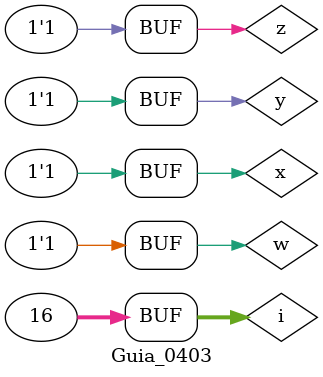
<source format=v>


module SoP (output s1,
            output s2,
            output s3,
            output s4,
            output s5,
            input  x, y, w, z); // mintermos 
    assign s1 = (~x &  y & ~z) 
              | ( x & ~y &  z) 
              | ( x &  y & ~z) 
              | ( x &  y &  z)
              ;
    assign s2 = (~x & ~y &  z) 
              | (~x &  y &  z) 
              | ( x &  y & ~z) 
              | ( x &  y &  z)
              ;
    assign s3 = (~x & ~y & ~w &  z) 
              | (~x & ~y &  w & ~z) 
              | (~x &  y & ~w & ~z) 
              | (~x &  y &  w & ~z) 
              | (~x &  y &  w &  z) 
              | ( x &  y & ~w & ~z) 
              | ( x &  y &  w &  z) 
              ;
    assign s4 = (~x & ~y & ~w &  z) 
              | (~x & ~y &  w & ~z)
              | (~x &  y & ~w &  z)
              | ( x & ~y & ~w & ~z)
              | ( x & ~y &  w & ~z) 
              | ( x &  y & ~w & ~z) 
              | ( x &  y & ~w &  z) 
              ;
    assign s5 = (~x & ~y & ~w & ~z)
              | (~x & ~y &  w & ~z)
              | (~x &  y & ~w &  z)
              | (~x &  y &  w &  z)
              | ( x & ~y & ~w &  z)
              | ( x &  y & ~w &  z)
              ;
endmodule // SoP

// --------------------- 
// Guia_0403 
// --------------------- 

module Guia_0403; 
    reg   x = 0, y = 0, w = 0, z = 0; 
    wire  s1, s2, s3, s4, s5;
    integer  i = 0; 
    // instancias 
    SoP SOP (s1, s2, s3, s4, s5 , x, y, w, z); 

    // valores iniciais 
    initial begin: start 
        x=1'bx; y=1'bx; w=1'bx; z=1'bx;  // indefinidos 
    end 

    // parte principal 
    initial begin: main 
        // identificacao 
        $display("Guia_0403 - Test\n"); 

        // monitoramento 
        $display("a.)"); 
        $monitor("%2b %2b %2b  = %2b", x, y, z, s1); 
        for (i = 0; i < 8; i = i + 1) begin
            { x, y, z } = i;
            #10;
        end // end for

        $display("\nb.)"); 
        $monitor("%2b %2b %2b  = %2b", x, y, z, s2); 
        for (i = 0; i < 8; i = i + 1) begin
            { x, y, z } = i;
            #10;
        end // end for

        $display("\nc.)"); 
        $monitor("%2b %2b %2b %2b  = %2b", x, y, w, z, s3); 
        for (i = 0; i < 16; i = i + 1) begin
            { x, y, w, z } = i;
            #10;
        end // end for

        $display("\nd.)"); 
        $monitor("%2b %2b %2b %2b  = %2b", x, y, w, z, s4); 
        for (i = 0; i < 16; i = i + 1) begin
            { x, y, w, z } = i;
            #10;
        end // end for

        $display("\ne.)"); 
        $monitor("%2b %2b %2b %2b  = %2b", x, y, w, z, s5); 
        for (i = 0; i < 16; i = i + 1) begin
            { x, y, w, z } = i;
            #10;
        end // end for
    end // end main 

endmodule // Guia_0403 
</source>
